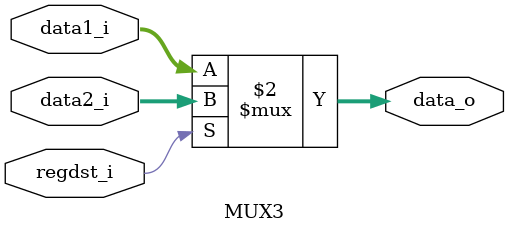
<source format=v>
module MUX3
(
	regdst_i,
	data1_i,
	data2_i,
	data_o
);

input			regdst_i;
input	[4:0]	data1_i,data2_i;
output	[4:0]	data_o;

assign data_o = (regdst_i == 0)? (data1_i):
				data2_i;
				
endmodule
</source>
